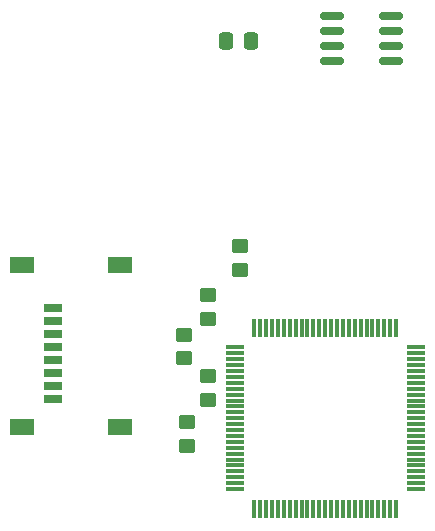
<source format=gbr>
%TF.GenerationSoftware,KiCad,Pcbnew,7.0.7*%
%TF.CreationDate,2023-10-21T12:14:55-04:00*%
%TF.ProjectId,processor,70726f63-6573-4736-9f72-2e6b69636164,rev?*%
%TF.SameCoordinates,Original*%
%TF.FileFunction,Paste,Bot*%
%TF.FilePolarity,Positive*%
%FSLAX46Y46*%
G04 Gerber Fmt 4.6, Leading zero omitted, Abs format (unit mm)*
G04 Created by KiCad (PCBNEW 7.0.7) date 2023-10-21 12:14:55*
%MOMM*%
%LPD*%
G01*
G04 APERTURE LIST*
G04 Aperture macros list*
%AMRoundRect*
0 Rectangle with rounded corners*
0 $1 Rounding radius*
0 $2 $3 $4 $5 $6 $7 $8 $9 X,Y pos of 4 corners*
0 Add a 4 corners polygon primitive as box body*
4,1,4,$2,$3,$4,$5,$6,$7,$8,$9,$2,$3,0*
0 Add four circle primitives for the rounded corners*
1,1,$1+$1,$2,$3*
1,1,$1+$1,$4,$5*
1,1,$1+$1,$6,$7*
1,1,$1+$1,$8,$9*
0 Add four rect primitives between the rounded corners*
20,1,$1+$1,$2,$3,$4,$5,0*
20,1,$1+$1,$4,$5,$6,$7,0*
20,1,$1+$1,$6,$7,$8,$9,0*
20,1,$1+$1,$8,$9,$2,$3,0*%
G04 Aperture macros list end*
%ADD10RoundRect,0.250000X0.450000X-0.350000X0.450000X0.350000X-0.450000X0.350000X-0.450000X-0.350000X0*%
%ADD11RoundRect,0.250000X-0.450000X0.350000X-0.450000X-0.350000X0.450000X-0.350000X0.450000X0.350000X0*%
%ADD12R,1.500000X0.800000*%
%ADD13R,2.000000X1.450000*%
%ADD14RoundRect,0.250000X0.337500X0.475000X-0.337500X0.475000X-0.337500X-0.475000X0.337500X-0.475000X0*%
%ADD15RoundRect,0.150000X-0.825000X-0.150000X0.825000X-0.150000X0.825000X0.150000X-0.825000X0.150000X0*%
%ADD16RoundRect,0.075000X0.725000X0.075000X-0.725000X0.075000X-0.725000X-0.075000X0.725000X-0.075000X0*%
%ADD17RoundRect,0.075000X0.075000X0.725000X-0.075000X0.725000X-0.075000X-0.725000X0.075000X-0.725000X0*%
G04 APERTURE END LIST*
D10*
%TO.C,R8*%
X148570000Y-108942000D03*
X148570000Y-106942000D03*
%TD*%
D11*
%TO.C,R9*%
X153289000Y-99457000D03*
X153289000Y-101457000D03*
%TD*%
%TO.C,R11*%
X150602000Y-110466000D03*
X150602000Y-112466000D03*
%TD*%
D12*
%TO.C,J3*%
X137454000Y-104704000D03*
X137454000Y-105804000D03*
X137454000Y-106914000D03*
X137454000Y-108004000D03*
X137464000Y-109104000D03*
X137454000Y-110204000D03*
X137454000Y-111304000D03*
X137454000Y-112404000D03*
D13*
X134854000Y-114784000D03*
X143154000Y-114784000D03*
X134854000Y-101034000D03*
X143154000Y-101034000D03*
%TD*%
D14*
%TO.C,C2*%
X154199500Y-82042000D03*
X152124500Y-82042000D03*
%TD*%
D11*
%TO.C,R10*%
X148844000Y-114332000D03*
X148844000Y-116332000D03*
%TD*%
D15*
%TO.C,U1*%
X161123152Y-83804080D03*
X161123152Y-82534080D03*
X161123152Y-81264080D03*
X161123152Y-79994080D03*
X166073152Y-79994080D03*
X166073152Y-81264080D03*
X166073152Y-82534080D03*
X166073152Y-83804080D03*
%TD*%
D16*
%TO.C,U4*%
X168183000Y-108022000D03*
X168183000Y-108522000D03*
X168183000Y-109022000D03*
X168183000Y-109522000D03*
X168183000Y-110022000D03*
X168183000Y-110522000D03*
X168183000Y-111022000D03*
X168183000Y-111522000D03*
X168183000Y-112022000D03*
X168183000Y-112522000D03*
X168183000Y-113022000D03*
X168183000Y-113522000D03*
X168183000Y-114022000D03*
X168183000Y-114522000D03*
X168183000Y-115022000D03*
X168183000Y-115522000D03*
X168183000Y-116022000D03*
X168183000Y-116522000D03*
X168183000Y-117022000D03*
X168183000Y-117522000D03*
X168183000Y-118022000D03*
X168183000Y-118522000D03*
X168183000Y-119022000D03*
X168183000Y-119522000D03*
X168183000Y-120022000D03*
D17*
X166508000Y-121697000D03*
X166008000Y-121697000D03*
X165508000Y-121697000D03*
X165008000Y-121697000D03*
X164508000Y-121697000D03*
X164008000Y-121697000D03*
X163508000Y-121697000D03*
X163008000Y-121697000D03*
X162508000Y-121697000D03*
X162008000Y-121697000D03*
X161508000Y-121697000D03*
X161008000Y-121697000D03*
X160508000Y-121697000D03*
X160008000Y-121697000D03*
X159508000Y-121697000D03*
X159008000Y-121697000D03*
X158508000Y-121697000D03*
X158008000Y-121697000D03*
X157508000Y-121697000D03*
X157008000Y-121697000D03*
X156508000Y-121697000D03*
X156008000Y-121697000D03*
X155508000Y-121697000D03*
X155008000Y-121697000D03*
X154508000Y-121697000D03*
D16*
X152833000Y-120022000D03*
X152833000Y-119522000D03*
X152833000Y-119022000D03*
X152833000Y-118522000D03*
X152833000Y-118022000D03*
X152833000Y-117522000D03*
X152833000Y-117022000D03*
X152833000Y-116522000D03*
X152833000Y-116022000D03*
X152833000Y-115522000D03*
X152833000Y-115022000D03*
X152833000Y-114522000D03*
X152833000Y-114022000D03*
X152833000Y-113522000D03*
X152833000Y-113022000D03*
X152833000Y-112522000D03*
X152833000Y-112022000D03*
X152833000Y-111522000D03*
X152833000Y-111022000D03*
X152833000Y-110522000D03*
X152833000Y-110022000D03*
X152833000Y-109522000D03*
X152833000Y-109022000D03*
X152833000Y-108522000D03*
X152833000Y-108022000D03*
D17*
X154508000Y-106347000D03*
X155008000Y-106347000D03*
X155508000Y-106347000D03*
X156008000Y-106347000D03*
X156508000Y-106347000D03*
X157008000Y-106347000D03*
X157508000Y-106347000D03*
X158008000Y-106347000D03*
X158508000Y-106347000D03*
X159008000Y-106347000D03*
X159508000Y-106347000D03*
X160008000Y-106347000D03*
X160508000Y-106347000D03*
X161008000Y-106347000D03*
X161508000Y-106347000D03*
X162008000Y-106347000D03*
X162508000Y-106347000D03*
X163008000Y-106347000D03*
X163508000Y-106347000D03*
X164008000Y-106347000D03*
X164508000Y-106347000D03*
X165008000Y-106347000D03*
X165508000Y-106347000D03*
X166008000Y-106347000D03*
X166508000Y-106347000D03*
%TD*%
D10*
%TO.C,R7*%
X150602000Y-105608000D03*
X150602000Y-103608000D03*
%TD*%
M02*

</source>
